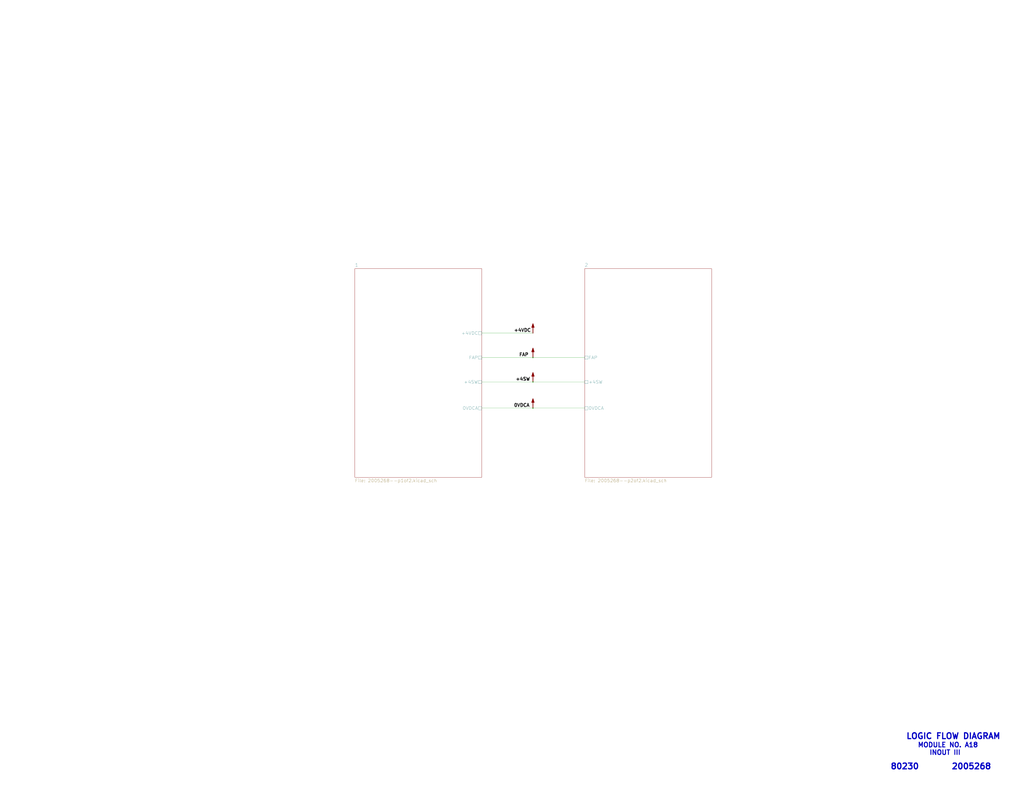
<source format=kicad_sch>
(kicad_sch (version 20211123) (generator eeschema)
  (paper "E")
  (lib_symbols
    (symbol "AGC_DSKY:PWR_FLAG" (power) (pin_numbers hide) (pin_names (offset 0) hide)
      (symbol "PWR_FLAG_0_0"
        (pin power_out line (at 0 0 90) (length 0) (name "pwr") (number "1"))
      )
      (symbol "PWR_FLAG_0_1"
        (polyline (pts (xy 0 0) (xy 0 10.16)) (stroke (width 0.762)))
        (polyline (pts (xy 0 10.16) (xy -1.27 6.35) (xy 1.27 6.35) (xy 0 10.16)) (stroke (width 0.762)) (fill (type outline)))
      )
    )
  )
  (junction (at 581.66 390.525))
  (junction (at 581.66 445.77))
  (junction (at 581.66 417.195))
  (wire (pts (xy 581.66 390.525) (xy 638.175 390.525)))
  (wire (pts (xy 581.66 417.195) (xy 638.175 417.195)))
  (wire (pts (xy 525.78 445.77) (xy 581.66 445.77)))
  (wire (pts (xy 525.78 363.855) (xy 581.66 363.855)))
  (wire (pts (xy 525.78 417.195) (xy 581.66 417.195)))
  (wire (pts (xy 525.78 390.525) (xy 581.66 390.525)))
  (wire (pts (xy 581.66 445.77) (xy 638.175 445.77)))
  (text "LOGIC FLOW DIAGRAM" (at 988.695 807.72 0) (effects (font (size 6.35 6.35) (thickness 1.27) bold) (justify left bottom)))
  (text "INOUT III" (at 1014.095 824.865 0) (effects (font (size 5.08 5.08) (thickness 1.016) bold) (justify left bottom)))
  (text "MODULE NO. A18" (at 1001.395 816.61 0) (effects (font (size 5.08 5.08) (thickness 1.016) bold) (justify left bottom)))
  (text "80230" (at 971.55 840.74 0) (effects (font (size 6.35 6.35) (thickness 1.27) bold) (justify left bottom)))
  (text "2005268" (at 1038.225 840.74 0) (effects (font (size 6.35 6.35) (thickness 1.27) bold) (justify left bottom)))
  (label "+4VDC" (at 560.705 363.855 0) (effects (font (size 3.556 3.556) (thickness 0.7112) bold)))
  (label "0VDCA" (at 560.705 445.77 0) (effects (font (size 3.556 3.556) (thickness 0.7112) bold)))
  (label "FAP" (at 566.42 390.525 0) (effects (font (size 3.556 3.556) (thickness 0.7112) bold)))
  (label "+4SW" (at 562.61 417.195 0) (effects (font (size 3.556 3.556) (thickness 0.7112) bold)))
  (symbol (lib_id "AGC_DSKY:PWR_FLAG") (at 581.66 363.855 0) (unit 1)
    (property "Reference" "#FLG0104" (effects hide))
    (property "Value" "PWR_FLAG" (effects hide))
  )
  (symbol (lib_id "AGC_DSKY:PWR_FLAG") (at 581.66 445.77 0) (unit 1)
    (property "Reference" "#FLG0103" (effects hide))
    (property "Value" "PWR_FLAG" (effects hide))
  )
  (symbol (lib_id "AGC_DSKY:PWR_FLAG") (at 581.66 417.195 0) (unit 1)
    (property "Reference" "#FLG0102" (effects hide))
    (property "Value" "PWR_FLAG" (effects hide))
  )
  (symbol (lib_id "AGC_DSKY:PWR_FLAG") (at 581.66 390.525 0) (unit 1)
    (property "Reference" "#FLG0101" (effects hide))
    (property "Value" "PWR_FLAG" (effects hide))
  )
  (sheet (at 387.35 293.37) (size 138.43 227.965)
    (property "Sheet name" "1" (at 387.35 291.5154 0) (effects (font (size 3.556 3.556)) (justify left bottom)))
    (property "Sheet file" "2005268--p1of2.kicad_sch" (at 387.35 522.834 0) (effects (font (size 3.556 3.556)) (justify left top)))
    (pin "0VDCA" passive (at 525.78 445.77 0) (effects (font (size 3.556 3.556))))
    (pin "+4SW" passive (at 525.78 417.195 0) (effects (font (size 3.556 3.556))))
    (pin "FAP" passive (at 525.78 390.525 0) (effects (font (size 3.556 3.556))))
    (pin "+4VDC" passive (at 525.78 363.855 0) (effects (font (size 3.556 3.556))))
  )
  (sheet (at 638.175 293.37) (size 138.43 227.965)
    (property "Sheet name" "2" (at 638.175 291.5154 0) (effects (font (size 3.556 3.556)) (justify left bottom)))
    (property "Sheet file" "2005268--p2of2.kicad_sch" (at 638.175 522.834 0) (effects (font (size 3.556 3.556)) (justify left top)))
    (pin "0VDCA" passive (at 638.175 445.77 180) (effects (font (size 3.556 3.556))))
    (pin "+4SW" passive (at 638.175 417.195 180) (effects (font (size 3.556 3.556))))
    (pin "FAP" passive (at 638.175 390.525 180) (effects (font (size 3.556 3.556))))
  )
)
</source>
